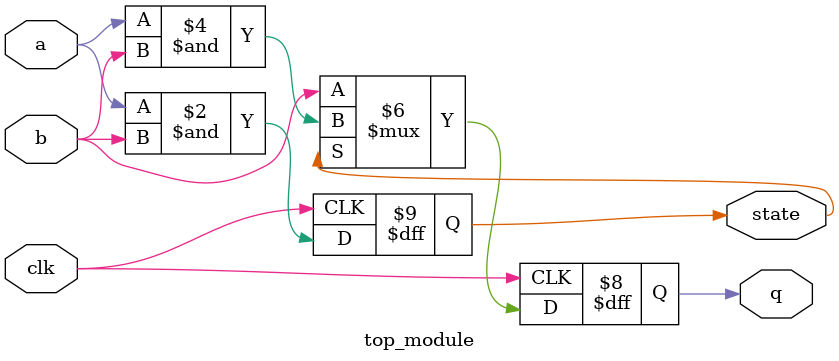
<source format=sv>
module top_module (
    input clk,
    input a,
    input b,
    output reg q,
    output reg state
);

    always @(posedge clk) begin
        // The flip-flop state update logic based on input 'a' and 'b'.
        state <= (a & b);

        // Output q mirrors the state of the flip-flop.
        if (state == 1'b0) begin
            q <= b;
        end else begin
            q <= a & b;
        end
    end

endmodule

</source>
